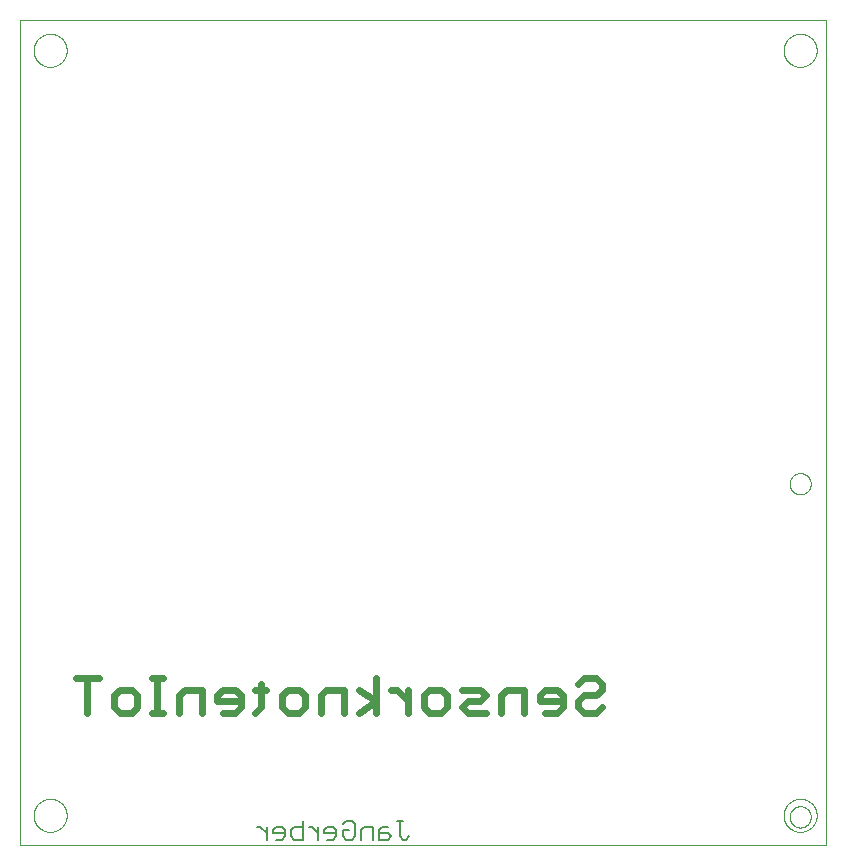
<source format=gbo>
G75*
%MOIN*%
%OFA0B0*%
%FSLAX25Y25*%
%IPPOS*%
%LPD*%
%AMOC8*
5,1,8,0,0,1.08239X$1,22.5*
%
%ADD10C,0.00000*%
%ADD11C,0.02400*%
%ADD12C,0.00500*%
D10*
X0001800Y0001800D02*
X0001800Y0276761D01*
X0270501Y0276761D01*
X0270501Y0001800D01*
X0001800Y0001800D01*
X0006288Y0011800D02*
X0006290Y0011948D01*
X0006296Y0012096D01*
X0006306Y0012244D01*
X0006320Y0012391D01*
X0006338Y0012538D01*
X0006359Y0012684D01*
X0006385Y0012830D01*
X0006415Y0012975D01*
X0006448Y0013119D01*
X0006486Y0013262D01*
X0006527Y0013404D01*
X0006572Y0013545D01*
X0006620Y0013685D01*
X0006673Y0013824D01*
X0006729Y0013961D01*
X0006789Y0014096D01*
X0006852Y0014230D01*
X0006919Y0014362D01*
X0006990Y0014492D01*
X0007064Y0014620D01*
X0007141Y0014746D01*
X0007222Y0014870D01*
X0007306Y0014992D01*
X0007393Y0015111D01*
X0007484Y0015228D01*
X0007578Y0015343D01*
X0007674Y0015455D01*
X0007774Y0015565D01*
X0007876Y0015671D01*
X0007982Y0015775D01*
X0008090Y0015876D01*
X0008201Y0015974D01*
X0008314Y0016070D01*
X0008430Y0016162D01*
X0008548Y0016251D01*
X0008669Y0016336D01*
X0008792Y0016419D01*
X0008917Y0016498D01*
X0009044Y0016574D01*
X0009173Y0016646D01*
X0009304Y0016715D01*
X0009437Y0016780D01*
X0009572Y0016841D01*
X0009708Y0016899D01*
X0009845Y0016954D01*
X0009984Y0017004D01*
X0010125Y0017051D01*
X0010266Y0017094D01*
X0010409Y0017134D01*
X0010553Y0017169D01*
X0010697Y0017201D01*
X0010843Y0017228D01*
X0010989Y0017252D01*
X0011136Y0017272D01*
X0011283Y0017288D01*
X0011430Y0017300D01*
X0011578Y0017308D01*
X0011726Y0017312D01*
X0011874Y0017312D01*
X0012022Y0017308D01*
X0012170Y0017300D01*
X0012317Y0017288D01*
X0012464Y0017272D01*
X0012611Y0017252D01*
X0012757Y0017228D01*
X0012903Y0017201D01*
X0013047Y0017169D01*
X0013191Y0017134D01*
X0013334Y0017094D01*
X0013475Y0017051D01*
X0013616Y0017004D01*
X0013755Y0016954D01*
X0013892Y0016899D01*
X0014028Y0016841D01*
X0014163Y0016780D01*
X0014296Y0016715D01*
X0014427Y0016646D01*
X0014556Y0016574D01*
X0014683Y0016498D01*
X0014808Y0016419D01*
X0014931Y0016336D01*
X0015052Y0016251D01*
X0015170Y0016162D01*
X0015286Y0016070D01*
X0015399Y0015974D01*
X0015510Y0015876D01*
X0015618Y0015775D01*
X0015724Y0015671D01*
X0015826Y0015565D01*
X0015926Y0015455D01*
X0016022Y0015343D01*
X0016116Y0015228D01*
X0016207Y0015111D01*
X0016294Y0014992D01*
X0016378Y0014870D01*
X0016459Y0014746D01*
X0016536Y0014620D01*
X0016610Y0014492D01*
X0016681Y0014362D01*
X0016748Y0014230D01*
X0016811Y0014096D01*
X0016871Y0013961D01*
X0016927Y0013824D01*
X0016980Y0013685D01*
X0017028Y0013545D01*
X0017073Y0013404D01*
X0017114Y0013262D01*
X0017152Y0013119D01*
X0017185Y0012975D01*
X0017215Y0012830D01*
X0017241Y0012684D01*
X0017262Y0012538D01*
X0017280Y0012391D01*
X0017294Y0012244D01*
X0017304Y0012096D01*
X0017310Y0011948D01*
X0017312Y0011800D01*
X0017310Y0011652D01*
X0017304Y0011504D01*
X0017294Y0011356D01*
X0017280Y0011209D01*
X0017262Y0011062D01*
X0017241Y0010916D01*
X0017215Y0010770D01*
X0017185Y0010625D01*
X0017152Y0010481D01*
X0017114Y0010338D01*
X0017073Y0010196D01*
X0017028Y0010055D01*
X0016980Y0009915D01*
X0016927Y0009776D01*
X0016871Y0009639D01*
X0016811Y0009504D01*
X0016748Y0009370D01*
X0016681Y0009238D01*
X0016610Y0009108D01*
X0016536Y0008980D01*
X0016459Y0008854D01*
X0016378Y0008730D01*
X0016294Y0008608D01*
X0016207Y0008489D01*
X0016116Y0008372D01*
X0016022Y0008257D01*
X0015926Y0008145D01*
X0015826Y0008035D01*
X0015724Y0007929D01*
X0015618Y0007825D01*
X0015510Y0007724D01*
X0015399Y0007626D01*
X0015286Y0007530D01*
X0015170Y0007438D01*
X0015052Y0007349D01*
X0014931Y0007264D01*
X0014808Y0007181D01*
X0014683Y0007102D01*
X0014556Y0007026D01*
X0014427Y0006954D01*
X0014296Y0006885D01*
X0014163Y0006820D01*
X0014028Y0006759D01*
X0013892Y0006701D01*
X0013755Y0006646D01*
X0013616Y0006596D01*
X0013475Y0006549D01*
X0013334Y0006506D01*
X0013191Y0006466D01*
X0013047Y0006431D01*
X0012903Y0006399D01*
X0012757Y0006372D01*
X0012611Y0006348D01*
X0012464Y0006328D01*
X0012317Y0006312D01*
X0012170Y0006300D01*
X0012022Y0006292D01*
X0011874Y0006288D01*
X0011726Y0006288D01*
X0011578Y0006292D01*
X0011430Y0006300D01*
X0011283Y0006312D01*
X0011136Y0006328D01*
X0010989Y0006348D01*
X0010843Y0006372D01*
X0010697Y0006399D01*
X0010553Y0006431D01*
X0010409Y0006466D01*
X0010266Y0006506D01*
X0010125Y0006549D01*
X0009984Y0006596D01*
X0009845Y0006646D01*
X0009708Y0006701D01*
X0009572Y0006759D01*
X0009437Y0006820D01*
X0009304Y0006885D01*
X0009173Y0006954D01*
X0009044Y0007026D01*
X0008917Y0007102D01*
X0008792Y0007181D01*
X0008669Y0007264D01*
X0008548Y0007349D01*
X0008430Y0007438D01*
X0008314Y0007530D01*
X0008201Y0007626D01*
X0008090Y0007724D01*
X0007982Y0007825D01*
X0007876Y0007929D01*
X0007774Y0008035D01*
X0007674Y0008145D01*
X0007578Y0008257D01*
X0007484Y0008372D01*
X0007393Y0008489D01*
X0007306Y0008608D01*
X0007222Y0008730D01*
X0007141Y0008854D01*
X0007064Y0008980D01*
X0006990Y0009108D01*
X0006919Y0009238D01*
X0006852Y0009370D01*
X0006789Y0009504D01*
X0006729Y0009639D01*
X0006673Y0009776D01*
X0006620Y0009915D01*
X0006572Y0010055D01*
X0006527Y0010196D01*
X0006486Y0010338D01*
X0006448Y0010481D01*
X0006415Y0010625D01*
X0006385Y0010770D01*
X0006359Y0010916D01*
X0006338Y0011062D01*
X0006320Y0011209D01*
X0006306Y0011356D01*
X0006296Y0011504D01*
X0006290Y0011652D01*
X0006288Y0011800D01*
X0256288Y0011800D02*
X0256290Y0011948D01*
X0256296Y0012096D01*
X0256306Y0012244D01*
X0256320Y0012391D01*
X0256338Y0012538D01*
X0256359Y0012684D01*
X0256385Y0012830D01*
X0256415Y0012975D01*
X0256448Y0013119D01*
X0256486Y0013262D01*
X0256527Y0013404D01*
X0256572Y0013545D01*
X0256620Y0013685D01*
X0256673Y0013824D01*
X0256729Y0013961D01*
X0256789Y0014096D01*
X0256852Y0014230D01*
X0256919Y0014362D01*
X0256990Y0014492D01*
X0257064Y0014620D01*
X0257141Y0014746D01*
X0257222Y0014870D01*
X0257306Y0014992D01*
X0257393Y0015111D01*
X0257484Y0015228D01*
X0257578Y0015343D01*
X0257674Y0015455D01*
X0257774Y0015565D01*
X0257876Y0015671D01*
X0257982Y0015775D01*
X0258090Y0015876D01*
X0258201Y0015974D01*
X0258314Y0016070D01*
X0258430Y0016162D01*
X0258548Y0016251D01*
X0258669Y0016336D01*
X0258792Y0016419D01*
X0258917Y0016498D01*
X0259044Y0016574D01*
X0259173Y0016646D01*
X0259304Y0016715D01*
X0259437Y0016780D01*
X0259572Y0016841D01*
X0259708Y0016899D01*
X0259845Y0016954D01*
X0259984Y0017004D01*
X0260125Y0017051D01*
X0260266Y0017094D01*
X0260409Y0017134D01*
X0260553Y0017169D01*
X0260697Y0017201D01*
X0260843Y0017228D01*
X0260989Y0017252D01*
X0261136Y0017272D01*
X0261283Y0017288D01*
X0261430Y0017300D01*
X0261578Y0017308D01*
X0261726Y0017312D01*
X0261874Y0017312D01*
X0262022Y0017308D01*
X0262170Y0017300D01*
X0262317Y0017288D01*
X0262464Y0017272D01*
X0262611Y0017252D01*
X0262757Y0017228D01*
X0262903Y0017201D01*
X0263047Y0017169D01*
X0263191Y0017134D01*
X0263334Y0017094D01*
X0263475Y0017051D01*
X0263616Y0017004D01*
X0263755Y0016954D01*
X0263892Y0016899D01*
X0264028Y0016841D01*
X0264163Y0016780D01*
X0264296Y0016715D01*
X0264427Y0016646D01*
X0264556Y0016574D01*
X0264683Y0016498D01*
X0264808Y0016419D01*
X0264931Y0016336D01*
X0265052Y0016251D01*
X0265170Y0016162D01*
X0265286Y0016070D01*
X0265399Y0015974D01*
X0265510Y0015876D01*
X0265618Y0015775D01*
X0265724Y0015671D01*
X0265826Y0015565D01*
X0265926Y0015455D01*
X0266022Y0015343D01*
X0266116Y0015228D01*
X0266207Y0015111D01*
X0266294Y0014992D01*
X0266378Y0014870D01*
X0266459Y0014746D01*
X0266536Y0014620D01*
X0266610Y0014492D01*
X0266681Y0014362D01*
X0266748Y0014230D01*
X0266811Y0014096D01*
X0266871Y0013961D01*
X0266927Y0013824D01*
X0266980Y0013685D01*
X0267028Y0013545D01*
X0267073Y0013404D01*
X0267114Y0013262D01*
X0267152Y0013119D01*
X0267185Y0012975D01*
X0267215Y0012830D01*
X0267241Y0012684D01*
X0267262Y0012538D01*
X0267280Y0012391D01*
X0267294Y0012244D01*
X0267304Y0012096D01*
X0267310Y0011948D01*
X0267312Y0011800D01*
X0267310Y0011652D01*
X0267304Y0011504D01*
X0267294Y0011356D01*
X0267280Y0011209D01*
X0267262Y0011062D01*
X0267241Y0010916D01*
X0267215Y0010770D01*
X0267185Y0010625D01*
X0267152Y0010481D01*
X0267114Y0010338D01*
X0267073Y0010196D01*
X0267028Y0010055D01*
X0266980Y0009915D01*
X0266927Y0009776D01*
X0266871Y0009639D01*
X0266811Y0009504D01*
X0266748Y0009370D01*
X0266681Y0009238D01*
X0266610Y0009108D01*
X0266536Y0008980D01*
X0266459Y0008854D01*
X0266378Y0008730D01*
X0266294Y0008608D01*
X0266207Y0008489D01*
X0266116Y0008372D01*
X0266022Y0008257D01*
X0265926Y0008145D01*
X0265826Y0008035D01*
X0265724Y0007929D01*
X0265618Y0007825D01*
X0265510Y0007724D01*
X0265399Y0007626D01*
X0265286Y0007530D01*
X0265170Y0007438D01*
X0265052Y0007349D01*
X0264931Y0007264D01*
X0264808Y0007181D01*
X0264683Y0007102D01*
X0264556Y0007026D01*
X0264427Y0006954D01*
X0264296Y0006885D01*
X0264163Y0006820D01*
X0264028Y0006759D01*
X0263892Y0006701D01*
X0263755Y0006646D01*
X0263616Y0006596D01*
X0263475Y0006549D01*
X0263334Y0006506D01*
X0263191Y0006466D01*
X0263047Y0006431D01*
X0262903Y0006399D01*
X0262757Y0006372D01*
X0262611Y0006348D01*
X0262464Y0006328D01*
X0262317Y0006312D01*
X0262170Y0006300D01*
X0262022Y0006292D01*
X0261874Y0006288D01*
X0261726Y0006288D01*
X0261578Y0006292D01*
X0261430Y0006300D01*
X0261283Y0006312D01*
X0261136Y0006328D01*
X0260989Y0006348D01*
X0260843Y0006372D01*
X0260697Y0006399D01*
X0260553Y0006431D01*
X0260409Y0006466D01*
X0260266Y0006506D01*
X0260125Y0006549D01*
X0259984Y0006596D01*
X0259845Y0006646D01*
X0259708Y0006701D01*
X0259572Y0006759D01*
X0259437Y0006820D01*
X0259304Y0006885D01*
X0259173Y0006954D01*
X0259044Y0007026D01*
X0258917Y0007102D01*
X0258792Y0007181D01*
X0258669Y0007264D01*
X0258548Y0007349D01*
X0258430Y0007438D01*
X0258314Y0007530D01*
X0258201Y0007626D01*
X0258090Y0007724D01*
X0257982Y0007825D01*
X0257876Y0007929D01*
X0257774Y0008035D01*
X0257674Y0008145D01*
X0257578Y0008257D01*
X0257484Y0008372D01*
X0257393Y0008489D01*
X0257306Y0008608D01*
X0257222Y0008730D01*
X0257141Y0008854D01*
X0257064Y0008980D01*
X0256990Y0009108D01*
X0256919Y0009238D01*
X0256852Y0009370D01*
X0256789Y0009504D01*
X0256729Y0009639D01*
X0256673Y0009776D01*
X0256620Y0009915D01*
X0256572Y0010055D01*
X0256527Y0010196D01*
X0256486Y0010338D01*
X0256448Y0010481D01*
X0256415Y0010625D01*
X0256385Y0010770D01*
X0256359Y0010916D01*
X0256338Y0011062D01*
X0256320Y0011209D01*
X0256306Y0011356D01*
X0256296Y0011504D01*
X0256290Y0011652D01*
X0256288Y0011800D01*
X0258257Y0011288D02*
X0258259Y0011406D01*
X0258265Y0011525D01*
X0258275Y0011643D01*
X0258289Y0011760D01*
X0258306Y0011877D01*
X0258328Y0011994D01*
X0258354Y0012109D01*
X0258383Y0012224D01*
X0258416Y0012338D01*
X0258453Y0012450D01*
X0258494Y0012561D01*
X0258538Y0012671D01*
X0258586Y0012779D01*
X0258638Y0012886D01*
X0258693Y0012991D01*
X0258752Y0013094D01*
X0258814Y0013194D01*
X0258879Y0013293D01*
X0258948Y0013390D01*
X0259019Y0013484D01*
X0259094Y0013575D01*
X0259172Y0013665D01*
X0259253Y0013751D01*
X0259337Y0013835D01*
X0259423Y0013916D01*
X0259513Y0013994D01*
X0259604Y0014069D01*
X0259698Y0014140D01*
X0259795Y0014209D01*
X0259894Y0014274D01*
X0259994Y0014336D01*
X0260097Y0014395D01*
X0260202Y0014450D01*
X0260309Y0014502D01*
X0260417Y0014550D01*
X0260527Y0014594D01*
X0260638Y0014635D01*
X0260750Y0014672D01*
X0260864Y0014705D01*
X0260979Y0014734D01*
X0261094Y0014760D01*
X0261211Y0014782D01*
X0261328Y0014799D01*
X0261445Y0014813D01*
X0261563Y0014823D01*
X0261682Y0014829D01*
X0261800Y0014831D01*
X0261918Y0014829D01*
X0262037Y0014823D01*
X0262155Y0014813D01*
X0262272Y0014799D01*
X0262389Y0014782D01*
X0262506Y0014760D01*
X0262621Y0014734D01*
X0262736Y0014705D01*
X0262850Y0014672D01*
X0262962Y0014635D01*
X0263073Y0014594D01*
X0263183Y0014550D01*
X0263291Y0014502D01*
X0263398Y0014450D01*
X0263503Y0014395D01*
X0263606Y0014336D01*
X0263706Y0014274D01*
X0263805Y0014209D01*
X0263902Y0014140D01*
X0263996Y0014069D01*
X0264087Y0013994D01*
X0264177Y0013916D01*
X0264263Y0013835D01*
X0264347Y0013751D01*
X0264428Y0013665D01*
X0264506Y0013575D01*
X0264581Y0013484D01*
X0264652Y0013390D01*
X0264721Y0013293D01*
X0264786Y0013194D01*
X0264848Y0013094D01*
X0264907Y0012991D01*
X0264962Y0012886D01*
X0265014Y0012779D01*
X0265062Y0012671D01*
X0265106Y0012561D01*
X0265147Y0012450D01*
X0265184Y0012338D01*
X0265217Y0012224D01*
X0265246Y0012109D01*
X0265272Y0011994D01*
X0265294Y0011877D01*
X0265311Y0011760D01*
X0265325Y0011643D01*
X0265335Y0011525D01*
X0265341Y0011406D01*
X0265343Y0011288D01*
X0265341Y0011170D01*
X0265335Y0011051D01*
X0265325Y0010933D01*
X0265311Y0010816D01*
X0265294Y0010699D01*
X0265272Y0010582D01*
X0265246Y0010467D01*
X0265217Y0010352D01*
X0265184Y0010238D01*
X0265147Y0010126D01*
X0265106Y0010015D01*
X0265062Y0009905D01*
X0265014Y0009797D01*
X0264962Y0009690D01*
X0264907Y0009585D01*
X0264848Y0009482D01*
X0264786Y0009382D01*
X0264721Y0009283D01*
X0264652Y0009186D01*
X0264581Y0009092D01*
X0264506Y0009001D01*
X0264428Y0008911D01*
X0264347Y0008825D01*
X0264263Y0008741D01*
X0264177Y0008660D01*
X0264087Y0008582D01*
X0263996Y0008507D01*
X0263902Y0008436D01*
X0263805Y0008367D01*
X0263706Y0008302D01*
X0263606Y0008240D01*
X0263503Y0008181D01*
X0263398Y0008126D01*
X0263291Y0008074D01*
X0263183Y0008026D01*
X0263073Y0007982D01*
X0262962Y0007941D01*
X0262850Y0007904D01*
X0262736Y0007871D01*
X0262621Y0007842D01*
X0262506Y0007816D01*
X0262389Y0007794D01*
X0262272Y0007777D01*
X0262155Y0007763D01*
X0262037Y0007753D01*
X0261918Y0007747D01*
X0261800Y0007745D01*
X0261682Y0007747D01*
X0261563Y0007753D01*
X0261445Y0007763D01*
X0261328Y0007777D01*
X0261211Y0007794D01*
X0261094Y0007816D01*
X0260979Y0007842D01*
X0260864Y0007871D01*
X0260750Y0007904D01*
X0260638Y0007941D01*
X0260527Y0007982D01*
X0260417Y0008026D01*
X0260309Y0008074D01*
X0260202Y0008126D01*
X0260097Y0008181D01*
X0259994Y0008240D01*
X0259894Y0008302D01*
X0259795Y0008367D01*
X0259698Y0008436D01*
X0259604Y0008507D01*
X0259513Y0008582D01*
X0259423Y0008660D01*
X0259337Y0008741D01*
X0259253Y0008825D01*
X0259172Y0008911D01*
X0259094Y0009001D01*
X0259019Y0009092D01*
X0258948Y0009186D01*
X0258879Y0009283D01*
X0258814Y0009382D01*
X0258752Y0009482D01*
X0258693Y0009585D01*
X0258638Y0009690D01*
X0258586Y0009797D01*
X0258538Y0009905D01*
X0258494Y0010015D01*
X0258453Y0010126D01*
X0258416Y0010238D01*
X0258383Y0010352D01*
X0258354Y0010467D01*
X0258328Y0010582D01*
X0258306Y0010699D01*
X0258289Y0010816D01*
X0258275Y0010933D01*
X0258265Y0011051D01*
X0258259Y0011170D01*
X0258257Y0011288D01*
X0258257Y0122312D02*
X0258259Y0122430D01*
X0258265Y0122549D01*
X0258275Y0122667D01*
X0258289Y0122784D01*
X0258306Y0122901D01*
X0258328Y0123018D01*
X0258354Y0123133D01*
X0258383Y0123248D01*
X0258416Y0123362D01*
X0258453Y0123474D01*
X0258494Y0123585D01*
X0258538Y0123695D01*
X0258586Y0123803D01*
X0258638Y0123910D01*
X0258693Y0124015D01*
X0258752Y0124118D01*
X0258814Y0124218D01*
X0258879Y0124317D01*
X0258948Y0124414D01*
X0259019Y0124508D01*
X0259094Y0124599D01*
X0259172Y0124689D01*
X0259253Y0124775D01*
X0259337Y0124859D01*
X0259423Y0124940D01*
X0259513Y0125018D01*
X0259604Y0125093D01*
X0259698Y0125164D01*
X0259795Y0125233D01*
X0259894Y0125298D01*
X0259994Y0125360D01*
X0260097Y0125419D01*
X0260202Y0125474D01*
X0260309Y0125526D01*
X0260417Y0125574D01*
X0260527Y0125618D01*
X0260638Y0125659D01*
X0260750Y0125696D01*
X0260864Y0125729D01*
X0260979Y0125758D01*
X0261094Y0125784D01*
X0261211Y0125806D01*
X0261328Y0125823D01*
X0261445Y0125837D01*
X0261563Y0125847D01*
X0261682Y0125853D01*
X0261800Y0125855D01*
X0261918Y0125853D01*
X0262037Y0125847D01*
X0262155Y0125837D01*
X0262272Y0125823D01*
X0262389Y0125806D01*
X0262506Y0125784D01*
X0262621Y0125758D01*
X0262736Y0125729D01*
X0262850Y0125696D01*
X0262962Y0125659D01*
X0263073Y0125618D01*
X0263183Y0125574D01*
X0263291Y0125526D01*
X0263398Y0125474D01*
X0263503Y0125419D01*
X0263606Y0125360D01*
X0263706Y0125298D01*
X0263805Y0125233D01*
X0263902Y0125164D01*
X0263996Y0125093D01*
X0264087Y0125018D01*
X0264177Y0124940D01*
X0264263Y0124859D01*
X0264347Y0124775D01*
X0264428Y0124689D01*
X0264506Y0124599D01*
X0264581Y0124508D01*
X0264652Y0124414D01*
X0264721Y0124317D01*
X0264786Y0124218D01*
X0264848Y0124118D01*
X0264907Y0124015D01*
X0264962Y0123910D01*
X0265014Y0123803D01*
X0265062Y0123695D01*
X0265106Y0123585D01*
X0265147Y0123474D01*
X0265184Y0123362D01*
X0265217Y0123248D01*
X0265246Y0123133D01*
X0265272Y0123018D01*
X0265294Y0122901D01*
X0265311Y0122784D01*
X0265325Y0122667D01*
X0265335Y0122549D01*
X0265341Y0122430D01*
X0265343Y0122312D01*
X0265341Y0122194D01*
X0265335Y0122075D01*
X0265325Y0121957D01*
X0265311Y0121840D01*
X0265294Y0121723D01*
X0265272Y0121606D01*
X0265246Y0121491D01*
X0265217Y0121376D01*
X0265184Y0121262D01*
X0265147Y0121150D01*
X0265106Y0121039D01*
X0265062Y0120929D01*
X0265014Y0120821D01*
X0264962Y0120714D01*
X0264907Y0120609D01*
X0264848Y0120506D01*
X0264786Y0120406D01*
X0264721Y0120307D01*
X0264652Y0120210D01*
X0264581Y0120116D01*
X0264506Y0120025D01*
X0264428Y0119935D01*
X0264347Y0119849D01*
X0264263Y0119765D01*
X0264177Y0119684D01*
X0264087Y0119606D01*
X0263996Y0119531D01*
X0263902Y0119460D01*
X0263805Y0119391D01*
X0263706Y0119326D01*
X0263606Y0119264D01*
X0263503Y0119205D01*
X0263398Y0119150D01*
X0263291Y0119098D01*
X0263183Y0119050D01*
X0263073Y0119006D01*
X0262962Y0118965D01*
X0262850Y0118928D01*
X0262736Y0118895D01*
X0262621Y0118866D01*
X0262506Y0118840D01*
X0262389Y0118818D01*
X0262272Y0118801D01*
X0262155Y0118787D01*
X0262037Y0118777D01*
X0261918Y0118771D01*
X0261800Y0118769D01*
X0261682Y0118771D01*
X0261563Y0118777D01*
X0261445Y0118787D01*
X0261328Y0118801D01*
X0261211Y0118818D01*
X0261094Y0118840D01*
X0260979Y0118866D01*
X0260864Y0118895D01*
X0260750Y0118928D01*
X0260638Y0118965D01*
X0260527Y0119006D01*
X0260417Y0119050D01*
X0260309Y0119098D01*
X0260202Y0119150D01*
X0260097Y0119205D01*
X0259994Y0119264D01*
X0259894Y0119326D01*
X0259795Y0119391D01*
X0259698Y0119460D01*
X0259604Y0119531D01*
X0259513Y0119606D01*
X0259423Y0119684D01*
X0259337Y0119765D01*
X0259253Y0119849D01*
X0259172Y0119935D01*
X0259094Y0120025D01*
X0259019Y0120116D01*
X0258948Y0120210D01*
X0258879Y0120307D01*
X0258814Y0120406D01*
X0258752Y0120506D01*
X0258693Y0120609D01*
X0258638Y0120714D01*
X0258586Y0120821D01*
X0258538Y0120929D01*
X0258494Y0121039D01*
X0258453Y0121150D01*
X0258416Y0121262D01*
X0258383Y0121376D01*
X0258354Y0121491D01*
X0258328Y0121606D01*
X0258306Y0121723D01*
X0258289Y0121840D01*
X0258275Y0121957D01*
X0258265Y0122075D01*
X0258259Y0122194D01*
X0258257Y0122312D01*
X0256288Y0266800D02*
X0256290Y0266948D01*
X0256296Y0267096D01*
X0256306Y0267244D01*
X0256320Y0267391D01*
X0256338Y0267538D01*
X0256359Y0267684D01*
X0256385Y0267830D01*
X0256415Y0267975D01*
X0256448Y0268119D01*
X0256486Y0268262D01*
X0256527Y0268404D01*
X0256572Y0268545D01*
X0256620Y0268685D01*
X0256673Y0268824D01*
X0256729Y0268961D01*
X0256789Y0269096D01*
X0256852Y0269230D01*
X0256919Y0269362D01*
X0256990Y0269492D01*
X0257064Y0269620D01*
X0257141Y0269746D01*
X0257222Y0269870D01*
X0257306Y0269992D01*
X0257393Y0270111D01*
X0257484Y0270228D01*
X0257578Y0270343D01*
X0257674Y0270455D01*
X0257774Y0270565D01*
X0257876Y0270671D01*
X0257982Y0270775D01*
X0258090Y0270876D01*
X0258201Y0270974D01*
X0258314Y0271070D01*
X0258430Y0271162D01*
X0258548Y0271251D01*
X0258669Y0271336D01*
X0258792Y0271419D01*
X0258917Y0271498D01*
X0259044Y0271574D01*
X0259173Y0271646D01*
X0259304Y0271715D01*
X0259437Y0271780D01*
X0259572Y0271841D01*
X0259708Y0271899D01*
X0259845Y0271954D01*
X0259984Y0272004D01*
X0260125Y0272051D01*
X0260266Y0272094D01*
X0260409Y0272134D01*
X0260553Y0272169D01*
X0260697Y0272201D01*
X0260843Y0272228D01*
X0260989Y0272252D01*
X0261136Y0272272D01*
X0261283Y0272288D01*
X0261430Y0272300D01*
X0261578Y0272308D01*
X0261726Y0272312D01*
X0261874Y0272312D01*
X0262022Y0272308D01*
X0262170Y0272300D01*
X0262317Y0272288D01*
X0262464Y0272272D01*
X0262611Y0272252D01*
X0262757Y0272228D01*
X0262903Y0272201D01*
X0263047Y0272169D01*
X0263191Y0272134D01*
X0263334Y0272094D01*
X0263475Y0272051D01*
X0263616Y0272004D01*
X0263755Y0271954D01*
X0263892Y0271899D01*
X0264028Y0271841D01*
X0264163Y0271780D01*
X0264296Y0271715D01*
X0264427Y0271646D01*
X0264556Y0271574D01*
X0264683Y0271498D01*
X0264808Y0271419D01*
X0264931Y0271336D01*
X0265052Y0271251D01*
X0265170Y0271162D01*
X0265286Y0271070D01*
X0265399Y0270974D01*
X0265510Y0270876D01*
X0265618Y0270775D01*
X0265724Y0270671D01*
X0265826Y0270565D01*
X0265926Y0270455D01*
X0266022Y0270343D01*
X0266116Y0270228D01*
X0266207Y0270111D01*
X0266294Y0269992D01*
X0266378Y0269870D01*
X0266459Y0269746D01*
X0266536Y0269620D01*
X0266610Y0269492D01*
X0266681Y0269362D01*
X0266748Y0269230D01*
X0266811Y0269096D01*
X0266871Y0268961D01*
X0266927Y0268824D01*
X0266980Y0268685D01*
X0267028Y0268545D01*
X0267073Y0268404D01*
X0267114Y0268262D01*
X0267152Y0268119D01*
X0267185Y0267975D01*
X0267215Y0267830D01*
X0267241Y0267684D01*
X0267262Y0267538D01*
X0267280Y0267391D01*
X0267294Y0267244D01*
X0267304Y0267096D01*
X0267310Y0266948D01*
X0267312Y0266800D01*
X0267310Y0266652D01*
X0267304Y0266504D01*
X0267294Y0266356D01*
X0267280Y0266209D01*
X0267262Y0266062D01*
X0267241Y0265916D01*
X0267215Y0265770D01*
X0267185Y0265625D01*
X0267152Y0265481D01*
X0267114Y0265338D01*
X0267073Y0265196D01*
X0267028Y0265055D01*
X0266980Y0264915D01*
X0266927Y0264776D01*
X0266871Y0264639D01*
X0266811Y0264504D01*
X0266748Y0264370D01*
X0266681Y0264238D01*
X0266610Y0264108D01*
X0266536Y0263980D01*
X0266459Y0263854D01*
X0266378Y0263730D01*
X0266294Y0263608D01*
X0266207Y0263489D01*
X0266116Y0263372D01*
X0266022Y0263257D01*
X0265926Y0263145D01*
X0265826Y0263035D01*
X0265724Y0262929D01*
X0265618Y0262825D01*
X0265510Y0262724D01*
X0265399Y0262626D01*
X0265286Y0262530D01*
X0265170Y0262438D01*
X0265052Y0262349D01*
X0264931Y0262264D01*
X0264808Y0262181D01*
X0264683Y0262102D01*
X0264556Y0262026D01*
X0264427Y0261954D01*
X0264296Y0261885D01*
X0264163Y0261820D01*
X0264028Y0261759D01*
X0263892Y0261701D01*
X0263755Y0261646D01*
X0263616Y0261596D01*
X0263475Y0261549D01*
X0263334Y0261506D01*
X0263191Y0261466D01*
X0263047Y0261431D01*
X0262903Y0261399D01*
X0262757Y0261372D01*
X0262611Y0261348D01*
X0262464Y0261328D01*
X0262317Y0261312D01*
X0262170Y0261300D01*
X0262022Y0261292D01*
X0261874Y0261288D01*
X0261726Y0261288D01*
X0261578Y0261292D01*
X0261430Y0261300D01*
X0261283Y0261312D01*
X0261136Y0261328D01*
X0260989Y0261348D01*
X0260843Y0261372D01*
X0260697Y0261399D01*
X0260553Y0261431D01*
X0260409Y0261466D01*
X0260266Y0261506D01*
X0260125Y0261549D01*
X0259984Y0261596D01*
X0259845Y0261646D01*
X0259708Y0261701D01*
X0259572Y0261759D01*
X0259437Y0261820D01*
X0259304Y0261885D01*
X0259173Y0261954D01*
X0259044Y0262026D01*
X0258917Y0262102D01*
X0258792Y0262181D01*
X0258669Y0262264D01*
X0258548Y0262349D01*
X0258430Y0262438D01*
X0258314Y0262530D01*
X0258201Y0262626D01*
X0258090Y0262724D01*
X0257982Y0262825D01*
X0257876Y0262929D01*
X0257774Y0263035D01*
X0257674Y0263145D01*
X0257578Y0263257D01*
X0257484Y0263372D01*
X0257393Y0263489D01*
X0257306Y0263608D01*
X0257222Y0263730D01*
X0257141Y0263854D01*
X0257064Y0263980D01*
X0256990Y0264108D01*
X0256919Y0264238D01*
X0256852Y0264370D01*
X0256789Y0264504D01*
X0256729Y0264639D01*
X0256673Y0264776D01*
X0256620Y0264915D01*
X0256572Y0265055D01*
X0256527Y0265196D01*
X0256486Y0265338D01*
X0256448Y0265481D01*
X0256415Y0265625D01*
X0256385Y0265770D01*
X0256359Y0265916D01*
X0256338Y0266062D01*
X0256320Y0266209D01*
X0256306Y0266356D01*
X0256296Y0266504D01*
X0256290Y0266652D01*
X0256288Y0266800D01*
X0006288Y0266800D02*
X0006290Y0266948D01*
X0006296Y0267096D01*
X0006306Y0267244D01*
X0006320Y0267391D01*
X0006338Y0267538D01*
X0006359Y0267684D01*
X0006385Y0267830D01*
X0006415Y0267975D01*
X0006448Y0268119D01*
X0006486Y0268262D01*
X0006527Y0268404D01*
X0006572Y0268545D01*
X0006620Y0268685D01*
X0006673Y0268824D01*
X0006729Y0268961D01*
X0006789Y0269096D01*
X0006852Y0269230D01*
X0006919Y0269362D01*
X0006990Y0269492D01*
X0007064Y0269620D01*
X0007141Y0269746D01*
X0007222Y0269870D01*
X0007306Y0269992D01*
X0007393Y0270111D01*
X0007484Y0270228D01*
X0007578Y0270343D01*
X0007674Y0270455D01*
X0007774Y0270565D01*
X0007876Y0270671D01*
X0007982Y0270775D01*
X0008090Y0270876D01*
X0008201Y0270974D01*
X0008314Y0271070D01*
X0008430Y0271162D01*
X0008548Y0271251D01*
X0008669Y0271336D01*
X0008792Y0271419D01*
X0008917Y0271498D01*
X0009044Y0271574D01*
X0009173Y0271646D01*
X0009304Y0271715D01*
X0009437Y0271780D01*
X0009572Y0271841D01*
X0009708Y0271899D01*
X0009845Y0271954D01*
X0009984Y0272004D01*
X0010125Y0272051D01*
X0010266Y0272094D01*
X0010409Y0272134D01*
X0010553Y0272169D01*
X0010697Y0272201D01*
X0010843Y0272228D01*
X0010989Y0272252D01*
X0011136Y0272272D01*
X0011283Y0272288D01*
X0011430Y0272300D01*
X0011578Y0272308D01*
X0011726Y0272312D01*
X0011874Y0272312D01*
X0012022Y0272308D01*
X0012170Y0272300D01*
X0012317Y0272288D01*
X0012464Y0272272D01*
X0012611Y0272252D01*
X0012757Y0272228D01*
X0012903Y0272201D01*
X0013047Y0272169D01*
X0013191Y0272134D01*
X0013334Y0272094D01*
X0013475Y0272051D01*
X0013616Y0272004D01*
X0013755Y0271954D01*
X0013892Y0271899D01*
X0014028Y0271841D01*
X0014163Y0271780D01*
X0014296Y0271715D01*
X0014427Y0271646D01*
X0014556Y0271574D01*
X0014683Y0271498D01*
X0014808Y0271419D01*
X0014931Y0271336D01*
X0015052Y0271251D01*
X0015170Y0271162D01*
X0015286Y0271070D01*
X0015399Y0270974D01*
X0015510Y0270876D01*
X0015618Y0270775D01*
X0015724Y0270671D01*
X0015826Y0270565D01*
X0015926Y0270455D01*
X0016022Y0270343D01*
X0016116Y0270228D01*
X0016207Y0270111D01*
X0016294Y0269992D01*
X0016378Y0269870D01*
X0016459Y0269746D01*
X0016536Y0269620D01*
X0016610Y0269492D01*
X0016681Y0269362D01*
X0016748Y0269230D01*
X0016811Y0269096D01*
X0016871Y0268961D01*
X0016927Y0268824D01*
X0016980Y0268685D01*
X0017028Y0268545D01*
X0017073Y0268404D01*
X0017114Y0268262D01*
X0017152Y0268119D01*
X0017185Y0267975D01*
X0017215Y0267830D01*
X0017241Y0267684D01*
X0017262Y0267538D01*
X0017280Y0267391D01*
X0017294Y0267244D01*
X0017304Y0267096D01*
X0017310Y0266948D01*
X0017312Y0266800D01*
X0017310Y0266652D01*
X0017304Y0266504D01*
X0017294Y0266356D01*
X0017280Y0266209D01*
X0017262Y0266062D01*
X0017241Y0265916D01*
X0017215Y0265770D01*
X0017185Y0265625D01*
X0017152Y0265481D01*
X0017114Y0265338D01*
X0017073Y0265196D01*
X0017028Y0265055D01*
X0016980Y0264915D01*
X0016927Y0264776D01*
X0016871Y0264639D01*
X0016811Y0264504D01*
X0016748Y0264370D01*
X0016681Y0264238D01*
X0016610Y0264108D01*
X0016536Y0263980D01*
X0016459Y0263854D01*
X0016378Y0263730D01*
X0016294Y0263608D01*
X0016207Y0263489D01*
X0016116Y0263372D01*
X0016022Y0263257D01*
X0015926Y0263145D01*
X0015826Y0263035D01*
X0015724Y0262929D01*
X0015618Y0262825D01*
X0015510Y0262724D01*
X0015399Y0262626D01*
X0015286Y0262530D01*
X0015170Y0262438D01*
X0015052Y0262349D01*
X0014931Y0262264D01*
X0014808Y0262181D01*
X0014683Y0262102D01*
X0014556Y0262026D01*
X0014427Y0261954D01*
X0014296Y0261885D01*
X0014163Y0261820D01*
X0014028Y0261759D01*
X0013892Y0261701D01*
X0013755Y0261646D01*
X0013616Y0261596D01*
X0013475Y0261549D01*
X0013334Y0261506D01*
X0013191Y0261466D01*
X0013047Y0261431D01*
X0012903Y0261399D01*
X0012757Y0261372D01*
X0012611Y0261348D01*
X0012464Y0261328D01*
X0012317Y0261312D01*
X0012170Y0261300D01*
X0012022Y0261292D01*
X0011874Y0261288D01*
X0011726Y0261288D01*
X0011578Y0261292D01*
X0011430Y0261300D01*
X0011283Y0261312D01*
X0011136Y0261328D01*
X0010989Y0261348D01*
X0010843Y0261372D01*
X0010697Y0261399D01*
X0010553Y0261431D01*
X0010409Y0261466D01*
X0010266Y0261506D01*
X0010125Y0261549D01*
X0009984Y0261596D01*
X0009845Y0261646D01*
X0009708Y0261701D01*
X0009572Y0261759D01*
X0009437Y0261820D01*
X0009304Y0261885D01*
X0009173Y0261954D01*
X0009044Y0262026D01*
X0008917Y0262102D01*
X0008792Y0262181D01*
X0008669Y0262264D01*
X0008548Y0262349D01*
X0008430Y0262438D01*
X0008314Y0262530D01*
X0008201Y0262626D01*
X0008090Y0262724D01*
X0007982Y0262825D01*
X0007876Y0262929D01*
X0007774Y0263035D01*
X0007674Y0263145D01*
X0007578Y0263257D01*
X0007484Y0263372D01*
X0007393Y0263489D01*
X0007306Y0263608D01*
X0007222Y0263730D01*
X0007141Y0263854D01*
X0007064Y0263980D01*
X0006990Y0264108D01*
X0006919Y0264238D01*
X0006852Y0264370D01*
X0006789Y0264504D01*
X0006729Y0264639D01*
X0006673Y0264776D01*
X0006620Y0264915D01*
X0006572Y0265055D01*
X0006527Y0265196D01*
X0006486Y0265338D01*
X0006448Y0265481D01*
X0006415Y0265625D01*
X0006385Y0265770D01*
X0006359Y0265916D01*
X0006338Y0266062D01*
X0006320Y0266209D01*
X0006306Y0266356D01*
X0006296Y0266504D01*
X0006290Y0266652D01*
X0006288Y0266800D01*
D11*
X0020277Y0057610D02*
X0028017Y0057610D01*
X0024147Y0057610D02*
X0024147Y0046000D01*
X0033168Y0047935D02*
X0033168Y0051805D01*
X0035103Y0053740D01*
X0038973Y0053740D01*
X0040908Y0051805D01*
X0040908Y0047935D01*
X0038973Y0046000D01*
X0035103Y0046000D01*
X0033168Y0047935D01*
X0045632Y0046000D02*
X0049502Y0046000D01*
X0047567Y0046000D02*
X0047567Y0057610D01*
X0049502Y0057610D02*
X0045632Y0057610D01*
X0054653Y0051805D02*
X0054653Y0046000D01*
X0054653Y0051805D02*
X0056588Y0053740D01*
X0062393Y0053740D01*
X0062393Y0046000D01*
X0067544Y0049870D02*
X0075284Y0049870D01*
X0075284Y0047935D02*
X0075284Y0051805D01*
X0073349Y0053740D01*
X0069479Y0053740D01*
X0067544Y0051805D01*
X0067544Y0049870D01*
X0069479Y0046000D02*
X0073349Y0046000D01*
X0075284Y0047935D01*
X0080008Y0046000D02*
X0081943Y0047935D01*
X0081943Y0055675D01*
X0083878Y0053740D02*
X0080008Y0053740D01*
X0089029Y0051805D02*
X0089029Y0047935D01*
X0090964Y0046000D01*
X0094834Y0046000D01*
X0096769Y0047935D01*
X0096769Y0051805D01*
X0094834Y0053740D01*
X0090964Y0053740D01*
X0089029Y0051805D01*
X0101920Y0051805D02*
X0101920Y0046000D01*
X0101920Y0051805D02*
X0103855Y0053740D01*
X0109660Y0053740D01*
X0109660Y0046000D01*
X0114598Y0046000D02*
X0120402Y0049870D01*
X0114598Y0053740D01*
X0120402Y0057610D02*
X0120402Y0046000D01*
X0125340Y0053740D02*
X0127275Y0053740D01*
X0131145Y0049870D01*
X0131145Y0046000D02*
X0131145Y0053740D01*
X0136296Y0051805D02*
X0138231Y0053740D01*
X0142101Y0053740D01*
X0144036Y0051805D01*
X0144036Y0047935D01*
X0142101Y0046000D01*
X0138231Y0046000D01*
X0136296Y0047935D01*
X0136296Y0051805D01*
X0149187Y0053740D02*
X0154992Y0053740D01*
X0156927Y0051805D01*
X0154992Y0049870D01*
X0151122Y0049870D01*
X0149187Y0047935D01*
X0151122Y0046000D01*
X0156927Y0046000D01*
X0162078Y0046000D02*
X0162078Y0051805D01*
X0164013Y0053740D01*
X0169818Y0053740D01*
X0169818Y0046000D01*
X0174969Y0049870D02*
X0174969Y0051805D01*
X0176904Y0053740D01*
X0180774Y0053740D01*
X0182709Y0051805D01*
X0182709Y0047935D01*
X0180774Y0046000D01*
X0176904Y0046000D01*
X0174969Y0049870D02*
X0182709Y0049870D01*
X0187860Y0049870D02*
X0187860Y0047935D01*
X0189795Y0046000D01*
X0193665Y0046000D01*
X0195600Y0047935D01*
X0193665Y0051805D02*
X0189795Y0051805D01*
X0187860Y0049870D01*
X0187860Y0055675D02*
X0189795Y0057610D01*
X0193665Y0057610D01*
X0195600Y0055675D01*
X0195600Y0053740D01*
X0193665Y0051805D01*
D12*
X0131550Y0004768D02*
X0130532Y0003750D01*
X0129515Y0003750D01*
X0128497Y0004768D01*
X0128497Y0009855D01*
X0127480Y0009855D02*
X0129515Y0009855D01*
X0124455Y0007820D02*
X0122420Y0007820D01*
X0121403Y0006803D01*
X0121403Y0003750D01*
X0124455Y0003750D01*
X0125473Y0004768D01*
X0124455Y0005785D01*
X0121403Y0005785D01*
X0119396Y0003750D02*
X0119396Y0007820D01*
X0116343Y0007820D01*
X0115325Y0006803D01*
X0115325Y0003750D01*
X0113318Y0004768D02*
X0112301Y0003750D01*
X0110266Y0003750D01*
X0109248Y0004768D01*
X0109248Y0006803D01*
X0111283Y0006803D01*
X0109248Y0008838D02*
X0110266Y0009855D01*
X0112301Y0009855D01*
X0113318Y0008838D01*
X0113318Y0004768D01*
X0107241Y0004768D02*
X0107241Y0006803D01*
X0106224Y0007820D01*
X0104189Y0007820D01*
X0103171Y0006803D01*
X0103171Y0005785D01*
X0107241Y0005785D01*
X0107241Y0004768D02*
X0106224Y0003750D01*
X0104189Y0003750D01*
X0101164Y0003750D02*
X0101164Y0007820D01*
X0101164Y0005785D02*
X0099129Y0007820D01*
X0098111Y0007820D01*
X0096100Y0007820D02*
X0093047Y0007820D01*
X0092030Y0006803D01*
X0092030Y0004768D01*
X0093047Y0003750D01*
X0096100Y0003750D01*
X0096100Y0009855D01*
X0090023Y0006803D02*
X0090023Y0004768D01*
X0089005Y0003750D01*
X0086970Y0003750D01*
X0085952Y0005785D02*
X0090023Y0005785D01*
X0090023Y0006803D02*
X0089005Y0007820D01*
X0086970Y0007820D01*
X0085952Y0006803D01*
X0085952Y0005785D01*
X0083945Y0005785D02*
X0081910Y0007820D01*
X0080893Y0007820D01*
X0083945Y0007820D02*
X0083945Y0003750D01*
M02*

</source>
